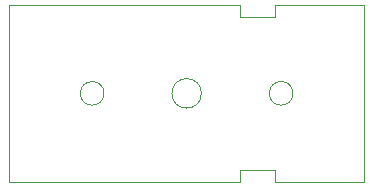
<source format=gbr>
%TF.GenerationSoftware,KiCad,Pcbnew,7.0.9*%
%TF.CreationDate,2024-03-13T00:39:00-05:00*%
%TF.ProjectId,DISPLAY,44495350-4c41-4592-9e6b-696361645f70,rev?*%
%TF.SameCoordinates,Original*%
%TF.FileFunction,Profile,NP*%
%FSLAX46Y46*%
G04 Gerber Fmt 4.6, Leading zero omitted, Abs format (unit mm)*
G04 Created by KiCad (PCBNEW 7.0.9) date 2024-03-13 00:39:00*
%MOMM*%
%LPD*%
G01*
G04 APERTURE LIST*
%TA.AperFunction,Profile*%
%ADD10C,0.100000*%
%TD*%
%TA.AperFunction,Profile*%
%ADD11C,0.050000*%
%TD*%
G04 APERTURE END LIST*
D10*
X159500000Y-81000000D02*
X162500000Y-81000000D01*
X162500000Y-80000000D01*
X170000000Y-80000000D01*
X170000000Y-95000000D01*
X162500000Y-95000000D01*
X162500000Y-94000000D01*
X159500000Y-94000000D01*
X159500000Y-95000000D01*
X140000000Y-95000000D01*
X140000000Y-80000000D01*
X159500000Y-80000000D01*
X159500000Y-81000000D01*
X156250000Y-87500000D02*
G75*
G03*
X156250000Y-87500000I-1250000J0D01*
G01*
D11*
%TO.C,J4*%
X148000000Y-87500000D02*
G75*
G03*
X148000000Y-87500000I-1000000J0D01*
G01*
%TO.C,J5*%
X164000000Y-87500000D02*
G75*
G03*
X164000000Y-87500000I-1000000J0D01*
G01*
%TD*%
M02*

</source>
